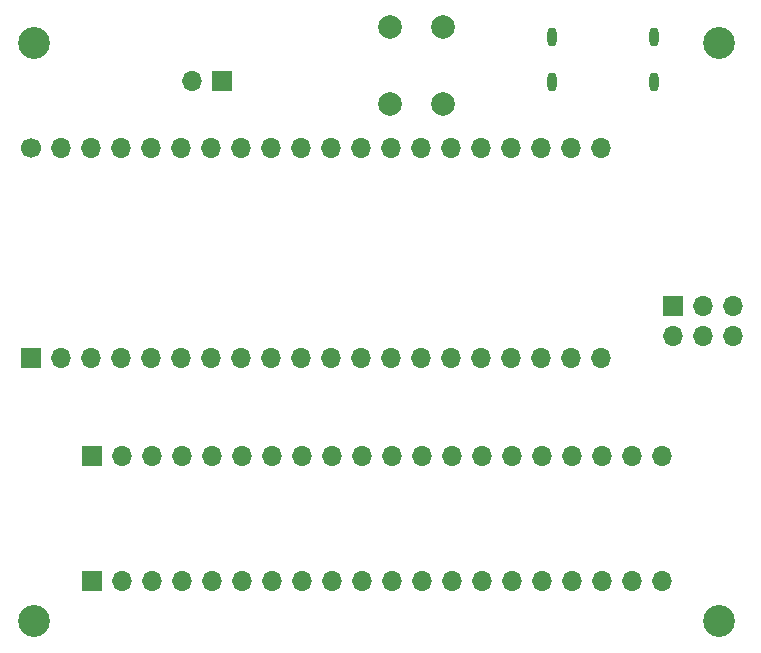
<source format=gbr>
%TF.GenerationSoftware,KiCad,Pcbnew,7.0.2*%
%TF.CreationDate,2023-10-08T18:29:29-07:00*%
%TF.ProjectId,Pi Pico Extender,50692050-6963-46f2-9045-7874656e6465,rev?*%
%TF.SameCoordinates,Original*%
%TF.FileFunction,Soldermask,Bot*%
%TF.FilePolarity,Negative*%
%FSLAX46Y46*%
G04 Gerber Fmt 4.6, Leading zero omitted, Abs format (unit mm)*
G04 Created by KiCad (PCBNEW 7.0.2) date 2023-10-08 18:29:29*
%MOMM*%
%LPD*%
G01*
G04 APERTURE LIST*
%ADD10R,1.700000X1.700000*%
%ADD11O,1.700000X1.700000*%
%ADD12C,1.700000*%
%ADD13C,2.700000*%
%ADD14O,0.800000X1.600000*%
%ADD15C,2.000000*%
G04 APERTURE END LIST*
D10*
%TO.C,A1*%
X122275600Y-95504000D03*
D11*
X124815600Y-95504000D03*
X127355600Y-95504000D03*
X129895600Y-95504000D03*
X132435600Y-95504000D03*
X134975600Y-95504000D03*
X137515600Y-95504000D03*
X140055600Y-95504000D03*
X142595600Y-95504000D03*
X145135600Y-95504000D03*
X147675600Y-95504000D03*
X150215600Y-95504000D03*
X152755600Y-95504000D03*
X155295600Y-95504000D03*
X157835600Y-95504000D03*
X160375600Y-95504000D03*
X162915600Y-95504000D03*
X165455600Y-95504000D03*
X167995600Y-95504000D03*
X170535600Y-95504000D03*
X170535600Y-77724000D03*
X167995600Y-77724000D03*
X165455600Y-77724000D03*
X162915600Y-77724000D03*
X160375600Y-77724000D03*
X157835600Y-77724000D03*
X155295600Y-77724000D03*
X152755600Y-77724000D03*
X150215600Y-77724000D03*
X147675600Y-77724000D03*
X145135600Y-77724000D03*
X142595600Y-77724000D03*
X140055600Y-77724000D03*
X137515600Y-77724000D03*
X134975600Y-77724000D03*
X132435600Y-77724000D03*
X129895600Y-77724000D03*
X127355600Y-77724000D03*
X124815600Y-77724000D03*
D12*
X122275600Y-77724000D03*
%TD*%
D10*
%TO.C,J3*%
X176580800Y-91084400D03*
D11*
X176580800Y-93624400D03*
X179120800Y-91084400D03*
X179120800Y-93624400D03*
X181660800Y-91084400D03*
X181660800Y-93624400D03*
%TD*%
D13*
%TO.C,MH2*%
X180509320Y-68774680D03*
%TD*%
D10*
%TO.C,J5*%
X127409320Y-103733600D03*
D11*
X129949320Y-103733600D03*
X132489320Y-103733600D03*
X135029320Y-103733600D03*
X137569320Y-103733600D03*
X140109320Y-103733600D03*
X142649320Y-103733600D03*
X145189320Y-103733600D03*
X147729320Y-103733600D03*
X150269320Y-103733600D03*
X152809320Y-103733600D03*
X155349320Y-103733600D03*
X157889320Y-103733600D03*
X160429320Y-103733600D03*
X162969320Y-103733600D03*
X165509320Y-103733600D03*
X168049320Y-103733600D03*
X170589320Y-103733600D03*
X173129320Y-103733600D03*
X175669320Y-103733600D03*
%TD*%
D13*
%TO.C,MH3*%
X122509320Y-117774680D03*
%TD*%
D10*
%TO.C,J4*%
X127409320Y-114350800D03*
D11*
X129949320Y-114350800D03*
X132489320Y-114350800D03*
X135029320Y-114350800D03*
X137569320Y-114350800D03*
X140109320Y-114350800D03*
X142649320Y-114350800D03*
X145189320Y-114350800D03*
X147729320Y-114350800D03*
X150269320Y-114350800D03*
X152809320Y-114350800D03*
X155349320Y-114350800D03*
X157889320Y-114350800D03*
X160429320Y-114350800D03*
X162969320Y-114350800D03*
X165509320Y-114350800D03*
X168049320Y-114350800D03*
X170589320Y-114350800D03*
X173129320Y-114350800D03*
X175669320Y-114350800D03*
%TD*%
D10*
%TO.C,J2*%
X138410000Y-71989250D03*
D11*
X135870000Y-71989250D03*
%TD*%
D14*
%TO.C,J1*%
X166368000Y-72088000D03*
X175008000Y-72088000D03*
X166368000Y-68288000D03*
X175008000Y-68288000D03*
%TD*%
D15*
%TO.C,SW1*%
X157103200Y-67464800D03*
X157103200Y-73964800D03*
X152603200Y-67464800D03*
X152603200Y-73964800D03*
%TD*%
D13*
%TO.C,MH1*%
X122509320Y-68774680D03*
%TD*%
%TO.C,MH4*%
X180509320Y-117774680D03*
%TD*%
M02*

</source>
